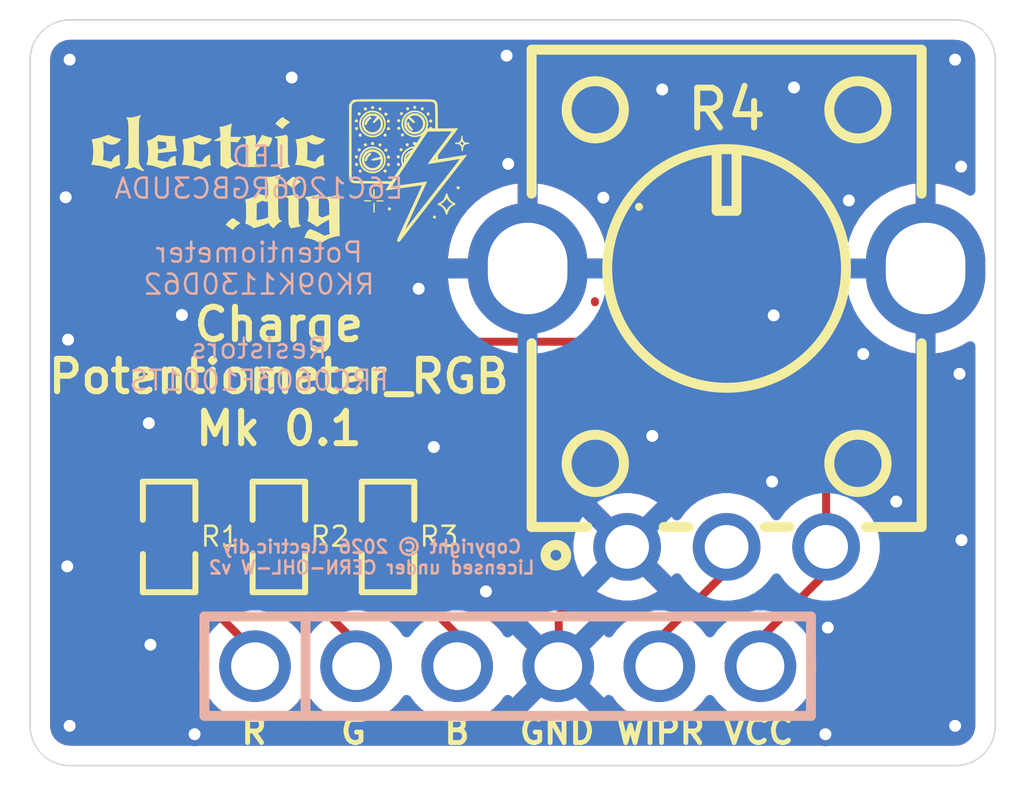
<source format=kicad_pcb>
(kicad_pcb (version 20241229) (generator "pcbnew") (generator_version "9.0")
  (title_block (title "Charge Potentiometer_RGB") (date "2026-02-20") (rev "Mk 0.1") (company "clectric.diy") (comment 1 "Copyright © 2026 clectric.diy Licensed under CERN-OHL-W v2") (comment 2 "Charles H. Leggett"))
  (layers (0 "F.Cu" signal "Front") (2 "B.Cu" signal "Back") (13 "F.Paste" user) (15 "B.Paste" user) (5 "F.SilkS" user "F.Silkscreen") (7 "B.SilkS" user "B.Silkscreen") (1 "F.Mask" user) (3 "B.Mask" user) (25 "Edge.Cuts" user))
  (net 0 "")
  (net 1 "LED_GREEN")
  (net 2 "LED_RED")
  (net 3 "LED_BLUE")
  (net 4 "VCC+CW")
  (net 5 "WIPER")
  (net 6 "GND+CCW")
  (footprint "clectric-diy:R0603" (layer "F.Cu") (at 83.25 93.25 90)
    (property "Reference" "R1" (at 0.01 1.28 0) (layer "F.SilkS") (effects (font (size 0.5 0.5) (thickness 0.0625))))
    (property "Value" "FRC0603F1001TS" (hide yes))
    (pad "1" smd rect (at -0.75 0 90) (size 0.81 0.86) (layers "F.Cu" "F.Mask" "F.Paste") (net 2 "LED_RED"))
    (pad "2" smd rect (at 0.75 0 90) (size 0.81 0.86) (layers "F.Cu" "F.Mask" "F.Paste") (net 2 "LED_RED"))
  )
  (footprint "clectric-diy:R0603" (layer "F.Cu") (at 88.75 93.25 90)
    (property "Reference" "R3" (at 0.01 1.28 0) (layer "F.SilkS") (effects (font (size 0.5 0.5) (thickness 0.0625))))
    (property "Value" "FRC0603F1001TS" (hide yes))
    (pad "1" smd rect (at -0.75 0 90) (size 0.81 0.86) (layers "F.Cu" "F.Mask" "F.Paste") (net 3 "LED_BLUE"))
    (pad "2" smd rect (at 0.75 0 90) (size 0.81 0.86) (layers "F.Cu" "F.Mask" "F.Paste") (net 3 "LED_BLUE"))
  )
  (footprint "LOGO" (layer "F.Cu") (at 86.0075 84)
    (property "Reference" "G***" (hide yes))
    (property "Value" "LOGO" (hide yes))
  )
  (footprint "clectric-diy:R0603" (layer "F.Cu") (at 86.0075 93.25 90)
    (property "Reference" "R2" (at 0.01 1.28 0) (layer "F.SilkS") (effects (font (size 0.5 0.5) (thickness 0.0625))))
    (property "Value" "FRC0603F1001TS" (hide yes))
    (pad "1" smd rect (at -0.75 0 90) (size 0.81 0.86) (layers "F.Cu" "F.Mask" "F.Paste") (net 1 "LED_GREEN"))
    (pad "2" smd rect (at 0.75 0 90) (size 0.81 0.86) (layers "F.Cu" "F.Mask" "F.Paste") (net 1 "LED_GREEN"))
  )
  (footprint "clectric-diy:RES-TH_RK09K113004U" (layer "F.Cu") (at 97.2575 90)
    (property "Reference" "R4" (at 0 -7.5 0) (layer "F.SilkS"))
    (property "Value" "RK09K1130D62" (hide yes))
    (pad "1" thru_hole circle (at -2.5 3.5) (size 1.7 1.7) (drill 1.100023) (layers "*.Cu" "*.Mask") (net 6 "GND+CCW"))
    (pad "2" thru_hole circle (at 0 3.5) (size 1.7 1.7) (drill 1.100023) (layers "*.Cu" "*.Mask") (net 5 "WIPER"))
    (pad "3" thru_hole circle (at 2.5 3.5) (size 1.7 1.7) (drill 1.100023) (layers "*.Cu" "*.Mask") (net 4 "VCC+CW"))
    (pad "4" thru_hole oval (at 5 -3.5) (size 3 3.3) (drill oval 1.999996 2.300021) (layers "*.Cu" "*.Mask") (net 6 "GND+CCW"))
    (pad "5" thru_hole oval (at -5 -3.5) (size 3 3.3) (drill oval 1.999996 2.300021) (layers "*.Cu" "*.Mask") (net 6 "GND+CCW"))
  )
  (footprint "clectric-diy:E6C1206RGBC3UDA" (layer "F.Cu") (at 97.2575 85.525)
    (property "Reference" "LED1" (hide yes))
    (property "Value" "E6C1206RGBC3UDA" (hide yes))
    (pad "1" smd rect (at -1.275 -0.525 90) (size 0.75 0.95) (layers "F.Cu" "F.Mask" "F.Paste") (net 1 "LED_GREEN"))
    (pad "2" smd rect (at 1.275 -0.525 90) (size 0.75 0.95) (layers "F.Cu" "F.Mask" "F.Paste") (net 4 "VCC+CW"))
    (pad "3" smd rect (at -1.275 0.525 90) (size 0.75 0.95) (layers "F.Cu" "F.Mask" "F.Paste") (net 2 "LED_RED"))
    (pad "4" smd rect (at 1.275 0.525 90) (size 0.75 0.95) (layers "F.Cu" "F.Mask" "F.Paste") (net 3 "LED_BLUE"))
  )
  (footprint "clectric-diy:HDR-TH_6P-P2.54-V-M-1" (layer "B.Cu") (at 91.7575 96.5)
    (property "Reference" "J1" (hide yes))
    (property "Value" "Conn_01x06_Pin")
    (pad "1" thru_hole circle (at -6.35 0) (size 1.8 1.8) (drill 1.199998) (layers "*.Cu" "*.Mask") (net 2 "LED_RED"))
    (pad "2" thru_hole circle (at -3.81 0) (size 1.8 1.8) (drill 1.199998) (layers "*.Cu" "*.Mask") (net 1 "LED_GREEN"))
    (pad "3" thru_hole circle (at -1.27 0) (size 1.8 1.8) (drill 1.199998) (layers "*.Cu" "*.Mask") (net 3 "LED_BLUE"))
    (pad "4" thru_hole circle (at 1.27 0) (size 1.8 1.8) (drill 1.199998) (layers "*.Cu" "*.Mask") (net 6 "GND+CCW"))
    (pad "5" thru_hole circle (at 3.81 0) (size 1.8 1.8) (drill 1.199998) (layers "*.Cu" "*.Mask") (net 5 "WIPER"))
    (pad "6" thru_hole circle (at 6.35 0) (size 1.8 1.8) (drill 1.199998) (layers "*.Cu" "*.Mask") (net 4 "VCC+CW"))
  )
  (gr_arc (start 79.7575 81.25) (mid 80.050393 80.542893) (end 80.7575 80.25) (stroke (width 0.0381)) (layer "Edge.Cuts"))
  (gr_line (start 103.0075 99) (end 80.7575 99) (stroke (width 0.0381)) (layer "Edge.Cuts"))
  (gr_line (start 80.7575 80.25) (end 103.0075 80.25) (stroke (width 0.0381)) (layer "Edge.Cuts"))
  (gr_arc (start 103.0075 80.25) (mid 103.714607 80.542893) (end 104.0075 81.25) (stroke (width 0.0381)) (layer "Edge.Cuts"))
  (gr_line (start 104.0075 81.25) (end 104.0075 98) (stroke (width 0.0381)) (layer "Edge.Cuts"))
  (gr_arc (start 104.0075 98) (mid 103.714607 98.707107) (end 103.0075 99) (stroke (width 0.0381)) (layer "Edge.Cuts"))
  (gr_line (start 79.7575 98) (end 79.7575 81.25) (stroke (width 0.0381)) (layer "Edge.Cuts"))
  (gr_arc (start 80.7575 99) (mid 80.050393 98.707107) (end 79.7575 98) (stroke (width 0.0381)) (layer "Edge.Cuts"))
  (gr_text "VCC" (at 99.0075 98.5 0) (layer "F.SilkS") (effects (font (size 0.6096 0.6096) (thickness 0.12192) (bold yes)) (justify right bottom)))
  (gr_text "Charge\nPotentiometer_RGB\nMk 0.1" (at 86.0075 91 -0) (layer "F.SilkS") (effects (font (size 0.8128 0.8128) (thickness 0.1524) (bold yes)) (justify bottom)))
  (gr_text "G" (at 88.2675 98.5 0) (layer "F.SilkS") (effects (font (size 0.6096 0.6096) (thickness 0.12192) (bold yes)) (justify right bottom)))
  (gr_text "R\n" (at 85.7675 98.5 0) (layer "F.SilkS") (effects (font (size 0.6096 0.6096) (thickness 0.12192) (bold yes)) (justify right bottom)))
  (gr_text "GND" (at 94.0075 98.5 0) (layer "F.SilkS") (effects (font (size 0.6096 0.6096) (thickness 0.12192) (bold yes)) (justify right bottom)))
  (gr_text "WIPR" (at 96.7775 98.5 0) (layer "F.SilkS") (effects (font (size 0.6096 0.6096) (thickness 0.12192) (bold yes)) (justify right bottom)))
  (gr_text "B" (at 90.8675 98.5 0) (layer "F.SilkS") (effects (font (size 0.6096 0.6096) (thickness 0.12192) (bold yes)) (justify right bottom)))
  (gr_text "LED\nE6C1206RGBC3UDA\n\nPotentiometer\nRK09K1130D62\n\nResistors\nFRC0603F1001TS" (at 85.5075 86.5 -0) (layer "B.SilkS") (effects (font (size 0.5 0.5) (thickness 0.0625)) (justify mirror)))
  (gr_text "Copyright © 2026 clectric.diy\nLicensed under CERN-OHL-W v2" (at 88.34 94.21 0) (layer "B.SilkS") (effects (font (size 0.32512 0.32512) (thickness 0.065024) (bold yes)) (justify bottom mirror)))
  (segment (start 96.83 85) (end 97.33 85.5) (width 0.2) (layer "F.Cu") (net 1))
  (segment (start 88.19 89.12) (end 86.0075 91.3025) (width 0.2) (layer "F.Cu") (net 1))
  (segment (start 86.0075 91.3025) (end 86.0075 92.5) (width 0.2) (layer "F.Cu") (net 1))
  (segment (start 86.0075 94) (end 86.04 94) (width 0.2) (layer "F.Cu") (net 1))
  (segment (start 86.04 94) (end 87.9475 95.9075) (width 0.2) (layer "F.Cu") (net 1))
  (segment (start 97.33 86.02) (end 94.23 89.12) (width 0.2) (layer "F.Cu") (net 1))
  (segment (start 95.9825 85) (end 96.83 85) (width 0.2) (layer "F.Cu") (net 1))
  (segment (start 94.23 89.12) (end 88.19 89.12) (width 0.2) (layer "F.Cu") (net 1))
  (segment (start 97.33 85.5) (end 97.33 86.02) (width 0.2) (layer "F.Cu") (net 1))
  (segment (start 87.9475 95.9075) (end 87.9475 96.5) (width 0.2) (layer "F.Cu") (net 1))
  (segment (start 85.4075 96.1375) (end 85.4075 96.5) (width 0.2) (layer "F.Cu") (net 2))
  (segment (start 83.25 94) (end 83.27 94) (width 0.2) (layer "F.Cu") (net 2))
  (segment (start 92.958142 88.3415) (end 92.9285 88.3415) (width 0.2) (layer "F.Cu") (net 2))
  (segment (start 95.9825 86.05) (end 93.691 88.3415) (width 0.2) (layer "F.Cu") (net 2))
  (segment (start 83.27 94) (end 85.4075 96.1375) (width 0.2) (layer "F.Cu") (net 2))
  (segment (start 86.9085 88.3415) (end 82.75 92.5) (width 0.2) (layer "F.Cu") (net 2))
  (segment (start 93.949 87.321) (end 93.949 87.350642) (width 0.2) (layer "F.Cu") (net 2))
  (segment (start 93.691 88.3415) (end 86.9085 88.3415) (width 0.2) (layer "F.Cu") (net 2))
  (segment (start 89.62 89.75) (end 94.75 89.75) (width 0.2) (layer "F.Cu") (net 3))
  (segment (start 90.4875 95.7075) (end 90.4875 96.5) (width 0.2) (layer "F.Cu") (net 3))
  (segment (start 88.78 94) (end 90.4875 95.7075) (width 0.2) (layer "F.Cu") (net 3))
  (segment (start 88.75 92.5) (end 88.75 90.62) (width 0.2) (layer "F.Cu") (net 3))
  (segment (start 88.75 94) (end 88.78 94) (width 0.2) (layer "F.Cu") (net 3))
  (segment (start 98.45 86.05) (end 98.5325 86.05) (width 0.2) (layer "F.Cu") (net 3))
  (segment (start 94.75 89.75) (end 98.45 86.05) (width 0.2) (layer "F.Cu") (net 3))
  (segment (start 88.75 90.62) (end 89.62 89.75) (width 0.2) (layer "F.Cu") (net 3))
  (segment (start 98.5325 85) (end 98.7155 85) (width 0.2) (layer "F.Cu") (net 4))
  (segment (start 98.5325 85) (end 99.05 85) (width 0.2) (layer "F.Cu") (net 4))
  (segment (start 99.05 85) (end 99.7575 85.7075) (width 0.2) (layer "F.Cu") (net 4))
  (segment (start 98.13 96.4775) (end 98.1075 96.5) (width 0.2) (layer "F.Cu") (net 4))
  (segment (start 99.7575 85.7075) (end 99.7575 93.5) (width 0.2) (layer "F.Cu") (net 4))
  (segment (start 98.13 95.78) (end 98.13 96.4775) (width 0.2) (layer "F.Cu") (net 4))
  (segment (start 99.7575 94.1525) (end 98.13 95.78) (width 0.2) (layer "F.Cu") (net 4))
  (segment (start 99.7575 93.5) (end 99.7575 94.1525) (width 0.2) (layer "F.Cu") (net 4))
  (segment (start 98.1075 96.275) (end 98.1075 96.5) (width 0.2) (layer "F.Cu") (net 4))
  (segment (start 97.2575 93.5) (end 97.26 93.5025) (width 0.2) (layer "F.Cu") (net 5))
  (segment (start 95.5675 95.8025) (end 95.5675 96.5) (width 0.2) (layer "F.Cu") (net 5))
  (segment (start 97.26 94.11) (end 95.5675 95.8025) (width 0.2) (layer "F.Cu") (net 5))
  (segment (start 97.26 93.5025) (end 97.26 94.11) (width 0.2) (layer "F.Cu") (net 5))
  (segment (start 94.7575 93.5) (end 94.76 93.5025) (width 0.2) (layer "F.Cu") (net 6))
  (segment (start 94.76 93.5025) (end 94.7475 93.5025) (width 0.2) (layer "F.Cu") (net 6))
  (segment (start 93.04 95.21) (end 93.04 96.4875) (width 0.2) (layer "F.Cu") (net 6))
  (segment (start 94.7475 93.5025) (end 93.04 95.21) (width 0.2) (layer "F.Cu") (net 6))
  (segment (start 93.04 96.4875) (end 93.0275 96.5) (width 0.2) (layer "F.Cu") (net 6))
  (via (at 80.75 81.25) (size 0.6) (drill 0.3) (layers "F.Cu" "B.Cu") (net 6))
  (via (at 101.52 92.36) (size 0.6) (drill 0.3) (layers "F.Cu" "B.Cu") (net 6))
  (via (at 95.39 90.71) (size 0.6) (drill 0.3) (layers "F.Cu" "B.Cu") (net 6))
  (via (at 99.8 95.53) (size 0.6) (drill 0.3) (layers "F.Cu" "B.Cu") (net 6))
  (via (at 91.77 83.87) (size 0.6) (drill 0.3) (layers "F.Cu" "B.Cu") (net 6))
  (via (at 103 98) (size 0.6) (drill 0.3) (layers "F.Cu" "B.Cu") (net 6))
  (via (at 103.11 89.15) (size 0.6) (drill 0.3) (layers "F.Cu" "B.Cu") (net 6))
  (via (at 83.57 87.67) (size 0.6) (drill 0.3) (layers "F.Cu" "B.Cu") (net 6))
  (via (at 98.44 87.68) (size 0.6) (drill 0.3) (layers "F.Cu" "B.Cu") (net 6))
  (via (at 82.78 95.96) (size 0.6) (drill 0.3) (layers "F.Cu" "B.Cu") (net 6))
  (via (at 83.89 98.21) (size 0.6) (drill 0.3) (layers "F.Cu" "B.Cu") (net 6))
  (via (at 82.74 90.39) (size 0.6) (drill 0.3) (layers "F.Cu" "B.Cu") (net 6))
  (via (at 80.71 88.29) (size 0.6) (drill 0.3) (layers "F.Cu" "B.Cu") (net 6))
  (via (at 80.75 98) (size 0.6) (drill 0.3) (layers "F.Cu" "B.Cu") (net 6))
  (via (at 98.95 81.95) (size 0.6) (drill 0.3) (layers "F.Cu" "B.Cu") (net 6))
  (via (at 100.33 84.79) (size 0.6) (drill 0.3) (layers "F.Cu" "B.Cu") (net 6))
  (via (at 99.74 98.21) (size 0.6) (drill 0.3) (layers "F.Cu" "B.Cu") (net 6))
  (via (at 100.69 88.65) (size 0.6) (drill 0.3) (layers "F.Cu" "B.Cu") (net 6))
  (via (at 80.65 84.71) (size 0.6) (drill 0.3) (layers "F.Cu" "B.Cu") (net 6))
  (via (at 91.21 94.62) (size 0.6) (drill 0.3) (layers "F.Cu" "B.Cu") (net 6))
  (via (at 95.64 82) (size 0.6) (drill 0.3) (layers "F.Cu" "B.Cu") (net 6))
  (via (at 103.16 93.33) (size 0.6) (drill 0.3) (layers "F.Cu" "B.Cu") (net 6))
  (via (at 89.52 87.01) (size 0.6) (drill 0.3) (layers "F.Cu" "B.Cu") (net 6))
  (via (at 86.33 81.7) (size 0.6) (drill 0.3) (layers "F.Cu" "B.Cu") (net 6))
  (via (at 80.69 93.99) (size 0.6) (drill 0.3) (layers "F.Cu" "B.Cu") (net 6))
  (via (at 94.16 84.72) (size 0.6) (drill 0.3) (layers "F.Cu" "B.Cu") (net 6))
  (via (at 98.4 91.86) (size 0.6) (drill 0.3) (layers "F.Cu" "B.Cu") (net 6))
  (via (at 103.15 83.94) (size 0.6) (drill 0.3) (layers "F.Cu" "B.Cu") (net 6))
  (via (at 103 81.25) (size 0.6) (drill 0.3) (layers "F.Cu" "B.Cu") (net 6))
  (via (at 91.73 81.15) (size 0.6) (drill 0.3) (layers "F.Cu" "B.Cu") (net 6))
  (via (at 89.9 90.99) (size 0.6) (drill 0.3) (layers "F.Cu" "B.Cu") (net 6))
  (zone (net 6) (net_name "GND+CCW") (layer "F.Cu") (connect_pads (clearance 0.5)) (min_thickness 0.25) (fill yes (thermal_gap 0.5) (thermal_bridge_width 0.5))
    (polygon (pts (xy 79 79.75) (xy 104.75 79.75) (xy 104.75 99.5) (xy 79 99.5)))
  )
  (zone (net 6) (net_name "GND+CCW") (layer "B.Cu") (priority 1) (connect_pads (clearance 0.5)) (min_thickness 0.25) (fill yes (thermal_gap 0.5) (thermal_bridge_width 0.5))
    (polygon (pts (xy 79 79.75) (xy 104.75 79.75) (xy 104.75 99.5) (xy 79 99.5)))
  )
)
</source>
